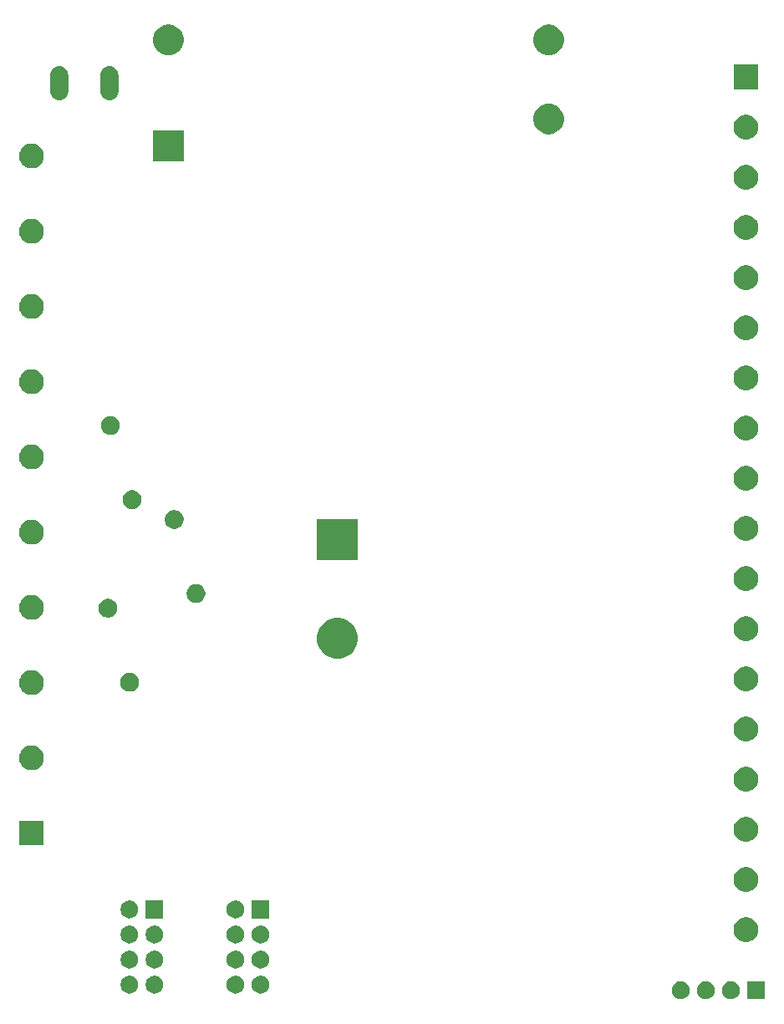
<source format=gbr>
G04 #@! TF.GenerationSoftware,KiCad,Pcbnew,(5.1.5)-3*
G04 #@! TF.CreationDate,2020-06-10T11:45:35+02:00*
G04 #@! TF.ProjectId,atmevse,61746d65-7673-4652-9e6b-696361645f70,rev?*
G04 #@! TF.SameCoordinates,Original*
G04 #@! TF.FileFunction,Soldermask,Bot*
G04 #@! TF.FilePolarity,Negative*
%FSLAX46Y46*%
G04 Gerber Fmt 4.6, Leading zero omitted, Abs format (unit mm)*
G04 Created by KiCad (PCBNEW (5.1.5)-3) date 2020-06-10 11:45:35*
%MOMM*%
%LPD*%
G04 APERTURE LIST*
%ADD10C,0.100000*%
G04 APERTURE END LIST*
D10*
G36*
X182738765Y-143298541D02*
G01*
X182854812Y-143321624D01*
X183018784Y-143389544D01*
X183166354Y-143488147D01*
X183291853Y-143613646D01*
X183390456Y-143761216D01*
X183458376Y-143925188D01*
X183493000Y-144099259D01*
X183493000Y-144276741D01*
X183458376Y-144450812D01*
X183390456Y-144614784D01*
X183291853Y-144762354D01*
X183166354Y-144887853D01*
X183018784Y-144986456D01*
X182854812Y-145054376D01*
X182738765Y-145077459D01*
X182680743Y-145089000D01*
X182503257Y-145089000D01*
X182445235Y-145077459D01*
X182329188Y-145054376D01*
X182165216Y-144986456D01*
X182017646Y-144887853D01*
X181892147Y-144762354D01*
X181793544Y-144614784D01*
X181725624Y-144450812D01*
X181691000Y-144276741D01*
X181691000Y-144099259D01*
X181725624Y-143925188D01*
X181793544Y-143761216D01*
X181892147Y-143613646D01*
X182017646Y-143488147D01*
X182165216Y-143389544D01*
X182329188Y-143321624D01*
X182445235Y-143298541D01*
X182503257Y-143287000D01*
X182680743Y-143287000D01*
X182738765Y-143298541D01*
G37*
G36*
X185278765Y-143298541D02*
G01*
X185394812Y-143321624D01*
X185558784Y-143389544D01*
X185706354Y-143488147D01*
X185831853Y-143613646D01*
X185930456Y-143761216D01*
X185998376Y-143925188D01*
X186033000Y-144099259D01*
X186033000Y-144276741D01*
X185998376Y-144450812D01*
X185930456Y-144614784D01*
X185831853Y-144762354D01*
X185706354Y-144887853D01*
X185558784Y-144986456D01*
X185394812Y-145054376D01*
X185278765Y-145077459D01*
X185220743Y-145089000D01*
X185043257Y-145089000D01*
X184985235Y-145077459D01*
X184869188Y-145054376D01*
X184705216Y-144986456D01*
X184557646Y-144887853D01*
X184432147Y-144762354D01*
X184333544Y-144614784D01*
X184265624Y-144450812D01*
X184231000Y-144276741D01*
X184231000Y-144099259D01*
X184265624Y-143925188D01*
X184333544Y-143761216D01*
X184432147Y-143613646D01*
X184557646Y-143488147D01*
X184705216Y-143389544D01*
X184869188Y-143321624D01*
X184985235Y-143298541D01*
X185043257Y-143287000D01*
X185220743Y-143287000D01*
X185278765Y-143298541D01*
G37*
G36*
X188573000Y-145089000D02*
G01*
X186771000Y-145089000D01*
X186771000Y-143287000D01*
X188573000Y-143287000D01*
X188573000Y-145089000D01*
G37*
G36*
X180198765Y-143298541D02*
G01*
X180314812Y-143321624D01*
X180478784Y-143389544D01*
X180626354Y-143488147D01*
X180751853Y-143613646D01*
X180850456Y-143761216D01*
X180918376Y-143925188D01*
X180953000Y-144099259D01*
X180953000Y-144276741D01*
X180918376Y-144450812D01*
X180850456Y-144614784D01*
X180751853Y-144762354D01*
X180626354Y-144887853D01*
X180478784Y-144986456D01*
X180314812Y-145054376D01*
X180198765Y-145077459D01*
X180140743Y-145089000D01*
X179963257Y-145089000D01*
X179905235Y-145077459D01*
X179789188Y-145054376D01*
X179625216Y-144986456D01*
X179477646Y-144887853D01*
X179352147Y-144762354D01*
X179253544Y-144614784D01*
X179185624Y-144450812D01*
X179151000Y-144276741D01*
X179151000Y-144099259D01*
X179185624Y-143925188D01*
X179253544Y-143761216D01*
X179352147Y-143613646D01*
X179477646Y-143488147D01*
X179625216Y-143389544D01*
X179789188Y-143321624D01*
X179905235Y-143298541D01*
X179963257Y-143287000D01*
X180140743Y-143287000D01*
X180198765Y-143298541D01*
G37*
G36*
X135106765Y-142730541D02*
G01*
X135222812Y-142753624D01*
X135386784Y-142821544D01*
X135534354Y-142920147D01*
X135659853Y-143045646D01*
X135758456Y-143193216D01*
X135826376Y-143357188D01*
X135861000Y-143531259D01*
X135861000Y-143708741D01*
X135826376Y-143882812D01*
X135758456Y-144046784D01*
X135659853Y-144194354D01*
X135534354Y-144319853D01*
X135386784Y-144418456D01*
X135222812Y-144486376D01*
X135106765Y-144509459D01*
X135048743Y-144521000D01*
X134871257Y-144521000D01*
X134813235Y-144509459D01*
X134697188Y-144486376D01*
X134533216Y-144418456D01*
X134385646Y-144319853D01*
X134260147Y-144194354D01*
X134161544Y-144046784D01*
X134093624Y-143882812D01*
X134059000Y-143708741D01*
X134059000Y-143531259D01*
X134093624Y-143357188D01*
X134161544Y-143193216D01*
X134260147Y-143045646D01*
X134385646Y-142920147D01*
X134533216Y-142821544D01*
X134697188Y-142753624D01*
X134813235Y-142730541D01*
X134871257Y-142719000D01*
X135048743Y-142719000D01*
X135106765Y-142730541D01*
G37*
G36*
X137646765Y-142730541D02*
G01*
X137762812Y-142753624D01*
X137926784Y-142821544D01*
X138074354Y-142920147D01*
X138199853Y-143045646D01*
X138298456Y-143193216D01*
X138366376Y-143357188D01*
X138401000Y-143531259D01*
X138401000Y-143708741D01*
X138366376Y-143882812D01*
X138298456Y-144046784D01*
X138199853Y-144194354D01*
X138074354Y-144319853D01*
X137926784Y-144418456D01*
X137762812Y-144486376D01*
X137646765Y-144509459D01*
X137588743Y-144521000D01*
X137411257Y-144521000D01*
X137353235Y-144509459D01*
X137237188Y-144486376D01*
X137073216Y-144418456D01*
X136925646Y-144319853D01*
X136800147Y-144194354D01*
X136701544Y-144046784D01*
X136633624Y-143882812D01*
X136599000Y-143708741D01*
X136599000Y-143531259D01*
X136633624Y-143357188D01*
X136701544Y-143193216D01*
X136800147Y-143045646D01*
X136925646Y-142920147D01*
X137073216Y-142821544D01*
X137237188Y-142753624D01*
X137353235Y-142730541D01*
X137411257Y-142719000D01*
X137588743Y-142719000D01*
X137646765Y-142730541D01*
G37*
G36*
X124356765Y-142730541D02*
G01*
X124472812Y-142753624D01*
X124636784Y-142821544D01*
X124784354Y-142920147D01*
X124909853Y-143045646D01*
X125008456Y-143193216D01*
X125076376Y-143357188D01*
X125111000Y-143531259D01*
X125111000Y-143708741D01*
X125076376Y-143882812D01*
X125008456Y-144046784D01*
X124909853Y-144194354D01*
X124784354Y-144319853D01*
X124636784Y-144418456D01*
X124472812Y-144486376D01*
X124356765Y-144509459D01*
X124298743Y-144521000D01*
X124121257Y-144521000D01*
X124063235Y-144509459D01*
X123947188Y-144486376D01*
X123783216Y-144418456D01*
X123635646Y-144319853D01*
X123510147Y-144194354D01*
X123411544Y-144046784D01*
X123343624Y-143882812D01*
X123309000Y-143708741D01*
X123309000Y-143531259D01*
X123343624Y-143357188D01*
X123411544Y-143193216D01*
X123510147Y-143045646D01*
X123635646Y-142920147D01*
X123783216Y-142821544D01*
X123947188Y-142753624D01*
X124063235Y-142730541D01*
X124121257Y-142719000D01*
X124298743Y-142719000D01*
X124356765Y-142730541D01*
G37*
G36*
X126896765Y-142730541D02*
G01*
X127012812Y-142753624D01*
X127176784Y-142821544D01*
X127324354Y-142920147D01*
X127449853Y-143045646D01*
X127548456Y-143193216D01*
X127616376Y-143357188D01*
X127651000Y-143531259D01*
X127651000Y-143708741D01*
X127616376Y-143882812D01*
X127548456Y-144046784D01*
X127449853Y-144194354D01*
X127324354Y-144319853D01*
X127176784Y-144418456D01*
X127012812Y-144486376D01*
X126896765Y-144509459D01*
X126838743Y-144521000D01*
X126661257Y-144521000D01*
X126603235Y-144509459D01*
X126487188Y-144486376D01*
X126323216Y-144418456D01*
X126175646Y-144319853D01*
X126050147Y-144194354D01*
X125951544Y-144046784D01*
X125883624Y-143882812D01*
X125849000Y-143708741D01*
X125849000Y-143531259D01*
X125883624Y-143357188D01*
X125951544Y-143193216D01*
X126050147Y-143045646D01*
X126175646Y-142920147D01*
X126323216Y-142821544D01*
X126487188Y-142753624D01*
X126603235Y-142730541D01*
X126661257Y-142719000D01*
X126838743Y-142719000D01*
X126896765Y-142730541D01*
G37*
G36*
X135106765Y-140190541D02*
G01*
X135222812Y-140213624D01*
X135386784Y-140281544D01*
X135534354Y-140380147D01*
X135659853Y-140505646D01*
X135758456Y-140653216D01*
X135826376Y-140817188D01*
X135861000Y-140991259D01*
X135861000Y-141168741D01*
X135826376Y-141342812D01*
X135758456Y-141506784D01*
X135659853Y-141654354D01*
X135534354Y-141779853D01*
X135386784Y-141878456D01*
X135222812Y-141946376D01*
X135106765Y-141969459D01*
X135048743Y-141981000D01*
X134871257Y-141981000D01*
X134813235Y-141969459D01*
X134697188Y-141946376D01*
X134533216Y-141878456D01*
X134385646Y-141779853D01*
X134260147Y-141654354D01*
X134161544Y-141506784D01*
X134093624Y-141342812D01*
X134059000Y-141168741D01*
X134059000Y-140991259D01*
X134093624Y-140817188D01*
X134161544Y-140653216D01*
X134260147Y-140505646D01*
X134385646Y-140380147D01*
X134533216Y-140281544D01*
X134697188Y-140213624D01*
X134813235Y-140190541D01*
X134871257Y-140179000D01*
X135048743Y-140179000D01*
X135106765Y-140190541D01*
G37*
G36*
X137646765Y-140190541D02*
G01*
X137762812Y-140213624D01*
X137926784Y-140281544D01*
X138074354Y-140380147D01*
X138199853Y-140505646D01*
X138298456Y-140653216D01*
X138366376Y-140817188D01*
X138401000Y-140991259D01*
X138401000Y-141168741D01*
X138366376Y-141342812D01*
X138298456Y-141506784D01*
X138199853Y-141654354D01*
X138074354Y-141779853D01*
X137926784Y-141878456D01*
X137762812Y-141946376D01*
X137646765Y-141969459D01*
X137588743Y-141981000D01*
X137411257Y-141981000D01*
X137353235Y-141969459D01*
X137237188Y-141946376D01*
X137073216Y-141878456D01*
X136925646Y-141779853D01*
X136800147Y-141654354D01*
X136701544Y-141506784D01*
X136633624Y-141342812D01*
X136599000Y-141168741D01*
X136599000Y-140991259D01*
X136633624Y-140817188D01*
X136701544Y-140653216D01*
X136800147Y-140505646D01*
X136925646Y-140380147D01*
X137073216Y-140281544D01*
X137237188Y-140213624D01*
X137353235Y-140190541D01*
X137411257Y-140179000D01*
X137588743Y-140179000D01*
X137646765Y-140190541D01*
G37*
G36*
X126896765Y-140190541D02*
G01*
X127012812Y-140213624D01*
X127176784Y-140281544D01*
X127324354Y-140380147D01*
X127449853Y-140505646D01*
X127548456Y-140653216D01*
X127616376Y-140817188D01*
X127651000Y-140991259D01*
X127651000Y-141168741D01*
X127616376Y-141342812D01*
X127548456Y-141506784D01*
X127449853Y-141654354D01*
X127324354Y-141779853D01*
X127176784Y-141878456D01*
X127012812Y-141946376D01*
X126896765Y-141969459D01*
X126838743Y-141981000D01*
X126661257Y-141981000D01*
X126603235Y-141969459D01*
X126487188Y-141946376D01*
X126323216Y-141878456D01*
X126175646Y-141779853D01*
X126050147Y-141654354D01*
X125951544Y-141506784D01*
X125883624Y-141342812D01*
X125849000Y-141168741D01*
X125849000Y-140991259D01*
X125883624Y-140817188D01*
X125951544Y-140653216D01*
X126050147Y-140505646D01*
X126175646Y-140380147D01*
X126323216Y-140281544D01*
X126487188Y-140213624D01*
X126603235Y-140190541D01*
X126661257Y-140179000D01*
X126838743Y-140179000D01*
X126896765Y-140190541D01*
G37*
G36*
X124356765Y-140190541D02*
G01*
X124472812Y-140213624D01*
X124636784Y-140281544D01*
X124784354Y-140380147D01*
X124909853Y-140505646D01*
X125008456Y-140653216D01*
X125076376Y-140817188D01*
X125111000Y-140991259D01*
X125111000Y-141168741D01*
X125076376Y-141342812D01*
X125008456Y-141506784D01*
X124909853Y-141654354D01*
X124784354Y-141779853D01*
X124636784Y-141878456D01*
X124472812Y-141946376D01*
X124356765Y-141969459D01*
X124298743Y-141981000D01*
X124121257Y-141981000D01*
X124063235Y-141969459D01*
X123947188Y-141946376D01*
X123783216Y-141878456D01*
X123635646Y-141779853D01*
X123510147Y-141654354D01*
X123411544Y-141506784D01*
X123343624Y-141342812D01*
X123309000Y-141168741D01*
X123309000Y-140991259D01*
X123343624Y-140817188D01*
X123411544Y-140653216D01*
X123510147Y-140505646D01*
X123635646Y-140380147D01*
X123783216Y-140281544D01*
X123947188Y-140213624D01*
X124063235Y-140190541D01*
X124121257Y-140179000D01*
X124298743Y-140179000D01*
X124356765Y-140190541D01*
G37*
G36*
X135106765Y-137650541D02*
G01*
X135222812Y-137673624D01*
X135386784Y-137741544D01*
X135534354Y-137840147D01*
X135659853Y-137965646D01*
X135758456Y-138113216D01*
X135826376Y-138277188D01*
X135861000Y-138451259D01*
X135861000Y-138628741D01*
X135826376Y-138802812D01*
X135758456Y-138966784D01*
X135659853Y-139114354D01*
X135534354Y-139239853D01*
X135386784Y-139338456D01*
X135222812Y-139406376D01*
X135106765Y-139429459D01*
X135048743Y-139441000D01*
X134871257Y-139441000D01*
X134813235Y-139429459D01*
X134697188Y-139406376D01*
X134533216Y-139338456D01*
X134385646Y-139239853D01*
X134260147Y-139114354D01*
X134161544Y-138966784D01*
X134093624Y-138802812D01*
X134059000Y-138628741D01*
X134059000Y-138451259D01*
X134093624Y-138277188D01*
X134161544Y-138113216D01*
X134260147Y-137965646D01*
X134385646Y-137840147D01*
X134533216Y-137741544D01*
X134697188Y-137673624D01*
X134813235Y-137650541D01*
X134871257Y-137639000D01*
X135048743Y-137639000D01*
X135106765Y-137650541D01*
G37*
G36*
X137646765Y-137650541D02*
G01*
X137762812Y-137673624D01*
X137926784Y-137741544D01*
X138074354Y-137840147D01*
X138199853Y-137965646D01*
X138298456Y-138113216D01*
X138366376Y-138277188D01*
X138401000Y-138451259D01*
X138401000Y-138628741D01*
X138366376Y-138802812D01*
X138298456Y-138966784D01*
X138199853Y-139114354D01*
X138074354Y-139239853D01*
X137926784Y-139338456D01*
X137762812Y-139406376D01*
X137646765Y-139429459D01*
X137588743Y-139441000D01*
X137411257Y-139441000D01*
X137353235Y-139429459D01*
X137237188Y-139406376D01*
X137073216Y-139338456D01*
X136925646Y-139239853D01*
X136800147Y-139114354D01*
X136701544Y-138966784D01*
X136633624Y-138802812D01*
X136599000Y-138628741D01*
X136599000Y-138451259D01*
X136633624Y-138277188D01*
X136701544Y-138113216D01*
X136800147Y-137965646D01*
X136925646Y-137840147D01*
X137073216Y-137741544D01*
X137237188Y-137673624D01*
X137353235Y-137650541D01*
X137411257Y-137639000D01*
X137588743Y-137639000D01*
X137646765Y-137650541D01*
G37*
G36*
X124356765Y-137650541D02*
G01*
X124472812Y-137673624D01*
X124636784Y-137741544D01*
X124784354Y-137840147D01*
X124909853Y-137965646D01*
X125008456Y-138113216D01*
X125076376Y-138277188D01*
X125111000Y-138451259D01*
X125111000Y-138628741D01*
X125076376Y-138802812D01*
X125008456Y-138966784D01*
X124909853Y-139114354D01*
X124784354Y-139239853D01*
X124636784Y-139338456D01*
X124472812Y-139406376D01*
X124356765Y-139429459D01*
X124298743Y-139441000D01*
X124121257Y-139441000D01*
X124063235Y-139429459D01*
X123947188Y-139406376D01*
X123783216Y-139338456D01*
X123635646Y-139239853D01*
X123510147Y-139114354D01*
X123411544Y-138966784D01*
X123343624Y-138802812D01*
X123309000Y-138628741D01*
X123309000Y-138451259D01*
X123343624Y-138277188D01*
X123411544Y-138113216D01*
X123510147Y-137965646D01*
X123635646Y-137840147D01*
X123783216Y-137741544D01*
X123947188Y-137673624D01*
X124063235Y-137650541D01*
X124121257Y-137639000D01*
X124298743Y-137639000D01*
X124356765Y-137650541D01*
G37*
G36*
X126896765Y-137650541D02*
G01*
X127012812Y-137673624D01*
X127176784Y-137741544D01*
X127324354Y-137840147D01*
X127449853Y-137965646D01*
X127548456Y-138113216D01*
X127616376Y-138277188D01*
X127651000Y-138451259D01*
X127651000Y-138628741D01*
X127616376Y-138802812D01*
X127548456Y-138966784D01*
X127449853Y-139114354D01*
X127324354Y-139239853D01*
X127176784Y-139338456D01*
X127012812Y-139406376D01*
X126896765Y-139429459D01*
X126838743Y-139441000D01*
X126661257Y-139441000D01*
X126603235Y-139429459D01*
X126487188Y-139406376D01*
X126323216Y-139338456D01*
X126175646Y-139239853D01*
X126050147Y-139114354D01*
X125951544Y-138966784D01*
X125883624Y-138802812D01*
X125849000Y-138628741D01*
X125849000Y-138451259D01*
X125883624Y-138277188D01*
X125951544Y-138113216D01*
X126050147Y-137965646D01*
X126175646Y-137840147D01*
X126323216Y-137741544D01*
X126487188Y-137673624D01*
X126603235Y-137650541D01*
X126661257Y-137639000D01*
X126838743Y-137639000D01*
X126896765Y-137650541D01*
G37*
G36*
X187036901Y-136845074D02*
G01*
X187264573Y-136939379D01*
X187469465Y-137076284D01*
X187643716Y-137250535D01*
X187780621Y-137455427D01*
X187874926Y-137683099D01*
X187923000Y-137924785D01*
X187923000Y-138171215D01*
X187874926Y-138412901D01*
X187780621Y-138640573D01*
X187643716Y-138845465D01*
X187469465Y-139019716D01*
X187264573Y-139156621D01*
X187036901Y-139250926D01*
X186795215Y-139299000D01*
X186548785Y-139299000D01*
X186307099Y-139250926D01*
X186079427Y-139156621D01*
X185874535Y-139019716D01*
X185700284Y-138845465D01*
X185563379Y-138640573D01*
X185469074Y-138412901D01*
X185421000Y-138171215D01*
X185421000Y-137924785D01*
X185469074Y-137683099D01*
X185563379Y-137455427D01*
X185700284Y-137250535D01*
X185874535Y-137076284D01*
X186079427Y-136939379D01*
X186307099Y-136845074D01*
X186548785Y-136797000D01*
X186795215Y-136797000D01*
X187036901Y-136845074D01*
G37*
G36*
X127651000Y-136901000D02*
G01*
X125849000Y-136901000D01*
X125849000Y-135099000D01*
X127651000Y-135099000D01*
X127651000Y-136901000D01*
G37*
G36*
X124356765Y-135110541D02*
G01*
X124472812Y-135133624D01*
X124636784Y-135201544D01*
X124784354Y-135300147D01*
X124909853Y-135425646D01*
X125008456Y-135573216D01*
X125076376Y-135737188D01*
X125111000Y-135911259D01*
X125111000Y-136088741D01*
X125076376Y-136262812D01*
X125008456Y-136426784D01*
X124909853Y-136574354D01*
X124784354Y-136699853D01*
X124636784Y-136798456D01*
X124472812Y-136866376D01*
X124356765Y-136889459D01*
X124298743Y-136901000D01*
X124121257Y-136901000D01*
X124063235Y-136889459D01*
X123947188Y-136866376D01*
X123783216Y-136798456D01*
X123635646Y-136699853D01*
X123510147Y-136574354D01*
X123411544Y-136426784D01*
X123343624Y-136262812D01*
X123309000Y-136088741D01*
X123309000Y-135911259D01*
X123343624Y-135737188D01*
X123411544Y-135573216D01*
X123510147Y-135425646D01*
X123635646Y-135300147D01*
X123783216Y-135201544D01*
X123947188Y-135133624D01*
X124063235Y-135110541D01*
X124121257Y-135099000D01*
X124298743Y-135099000D01*
X124356765Y-135110541D01*
G37*
G36*
X135106765Y-135110541D02*
G01*
X135222812Y-135133624D01*
X135386784Y-135201544D01*
X135534354Y-135300147D01*
X135659853Y-135425646D01*
X135758456Y-135573216D01*
X135826376Y-135737188D01*
X135861000Y-135911259D01*
X135861000Y-136088741D01*
X135826376Y-136262812D01*
X135758456Y-136426784D01*
X135659853Y-136574354D01*
X135534354Y-136699853D01*
X135386784Y-136798456D01*
X135222812Y-136866376D01*
X135106765Y-136889459D01*
X135048743Y-136901000D01*
X134871257Y-136901000D01*
X134813235Y-136889459D01*
X134697188Y-136866376D01*
X134533216Y-136798456D01*
X134385646Y-136699853D01*
X134260147Y-136574354D01*
X134161544Y-136426784D01*
X134093624Y-136262812D01*
X134059000Y-136088741D01*
X134059000Y-135911259D01*
X134093624Y-135737188D01*
X134161544Y-135573216D01*
X134260147Y-135425646D01*
X134385646Y-135300147D01*
X134533216Y-135201544D01*
X134697188Y-135133624D01*
X134813235Y-135110541D01*
X134871257Y-135099000D01*
X135048743Y-135099000D01*
X135106765Y-135110541D01*
G37*
G36*
X138401000Y-136901000D02*
G01*
X136599000Y-136901000D01*
X136599000Y-135099000D01*
X138401000Y-135099000D01*
X138401000Y-136901000D01*
G37*
G36*
X187036901Y-131765074D02*
G01*
X187264573Y-131859379D01*
X187469465Y-131996284D01*
X187643716Y-132170535D01*
X187780621Y-132375427D01*
X187874926Y-132603099D01*
X187923000Y-132844785D01*
X187923000Y-133091215D01*
X187874926Y-133332901D01*
X187780621Y-133560573D01*
X187643716Y-133765465D01*
X187469465Y-133939716D01*
X187264573Y-134076621D01*
X187036901Y-134170926D01*
X186795215Y-134219000D01*
X186548785Y-134219000D01*
X186307099Y-134170926D01*
X186079427Y-134076621D01*
X185874535Y-133939716D01*
X185700284Y-133765465D01*
X185563379Y-133560573D01*
X185469074Y-133332901D01*
X185421000Y-133091215D01*
X185421000Y-132844785D01*
X185469074Y-132603099D01*
X185563379Y-132375427D01*
X185700284Y-132170535D01*
X185874535Y-131996284D01*
X186079427Y-131859379D01*
X186307099Y-131765074D01*
X186548785Y-131717000D01*
X186795215Y-131717000D01*
X187036901Y-131765074D01*
G37*
G36*
X115551000Y-129521000D02*
G01*
X113049000Y-129521000D01*
X113049000Y-127019000D01*
X115551000Y-127019000D01*
X115551000Y-129521000D01*
G37*
G36*
X187036901Y-126685074D02*
G01*
X187264573Y-126779379D01*
X187469465Y-126916284D01*
X187643716Y-127090535D01*
X187780621Y-127295427D01*
X187874926Y-127523099D01*
X187923000Y-127764785D01*
X187923000Y-128011215D01*
X187874926Y-128252901D01*
X187780621Y-128480573D01*
X187643716Y-128685465D01*
X187469465Y-128859716D01*
X187264573Y-128996621D01*
X187036901Y-129090926D01*
X186795215Y-129139000D01*
X186548785Y-129139000D01*
X186307099Y-129090926D01*
X186079427Y-128996621D01*
X185874535Y-128859716D01*
X185700284Y-128685465D01*
X185563379Y-128480573D01*
X185469074Y-128252901D01*
X185421000Y-128011215D01*
X185421000Y-127764785D01*
X185469074Y-127523099D01*
X185563379Y-127295427D01*
X185700284Y-127090535D01*
X185874535Y-126916284D01*
X186079427Y-126779379D01*
X186307099Y-126685074D01*
X186548785Y-126637000D01*
X186795215Y-126637000D01*
X187036901Y-126685074D01*
G37*
G36*
X187036901Y-121605074D02*
G01*
X187264573Y-121699379D01*
X187469465Y-121836284D01*
X187643716Y-122010535D01*
X187780621Y-122215427D01*
X187874926Y-122443099D01*
X187923000Y-122684785D01*
X187923000Y-122931215D01*
X187874926Y-123172901D01*
X187780621Y-123400573D01*
X187643716Y-123605465D01*
X187469465Y-123779716D01*
X187264573Y-123916621D01*
X187036901Y-124010926D01*
X186795215Y-124059000D01*
X186548785Y-124059000D01*
X186307099Y-124010926D01*
X186079427Y-123916621D01*
X185874535Y-123779716D01*
X185700284Y-123605465D01*
X185563379Y-123400573D01*
X185469074Y-123172901D01*
X185421000Y-122931215D01*
X185421000Y-122684785D01*
X185469074Y-122443099D01*
X185563379Y-122215427D01*
X185700284Y-122010535D01*
X185874535Y-121836284D01*
X186079427Y-121699379D01*
X186307099Y-121605074D01*
X186548785Y-121557000D01*
X186795215Y-121557000D01*
X187036901Y-121605074D01*
G37*
G36*
X114664901Y-119447074D02*
G01*
X114892573Y-119541379D01*
X115097465Y-119678284D01*
X115271716Y-119852535D01*
X115408621Y-120057427D01*
X115502926Y-120285099D01*
X115551000Y-120526785D01*
X115551000Y-120773215D01*
X115502926Y-121014901D01*
X115408621Y-121242573D01*
X115271716Y-121447465D01*
X115097465Y-121621716D01*
X114892573Y-121758621D01*
X114664901Y-121852926D01*
X114423215Y-121901000D01*
X114176785Y-121901000D01*
X113935099Y-121852926D01*
X113707427Y-121758621D01*
X113502535Y-121621716D01*
X113328284Y-121447465D01*
X113191379Y-121242573D01*
X113097074Y-121014901D01*
X113049000Y-120773215D01*
X113049000Y-120526785D01*
X113097074Y-120285099D01*
X113191379Y-120057427D01*
X113328284Y-119852535D01*
X113502535Y-119678284D01*
X113707427Y-119541379D01*
X113935099Y-119447074D01*
X114176785Y-119399000D01*
X114423215Y-119399000D01*
X114664901Y-119447074D01*
G37*
G36*
X187036901Y-116525074D02*
G01*
X187264573Y-116619379D01*
X187469465Y-116756284D01*
X187643716Y-116930535D01*
X187780621Y-117135427D01*
X187874926Y-117363099D01*
X187923000Y-117604785D01*
X187923000Y-117851215D01*
X187874926Y-118092901D01*
X187780621Y-118320573D01*
X187643716Y-118525465D01*
X187469465Y-118699716D01*
X187264573Y-118836621D01*
X187036901Y-118930926D01*
X186795215Y-118979000D01*
X186548785Y-118979000D01*
X186307099Y-118930926D01*
X186079427Y-118836621D01*
X185874535Y-118699716D01*
X185700284Y-118525465D01*
X185563379Y-118320573D01*
X185469074Y-118092901D01*
X185421000Y-117851215D01*
X185421000Y-117604785D01*
X185469074Y-117363099D01*
X185563379Y-117135427D01*
X185700284Y-116930535D01*
X185874535Y-116756284D01*
X186079427Y-116619379D01*
X186307099Y-116525074D01*
X186548785Y-116477000D01*
X186795215Y-116477000D01*
X187036901Y-116525074D01*
G37*
G36*
X114664901Y-111827074D02*
G01*
X114892573Y-111921379D01*
X115097465Y-112058284D01*
X115271716Y-112232535D01*
X115408621Y-112437427D01*
X115502926Y-112665099D01*
X115551000Y-112906785D01*
X115551000Y-113153215D01*
X115502926Y-113394901D01*
X115502925Y-113394903D01*
X115409805Y-113619716D01*
X115408621Y-113622573D01*
X115271716Y-113827465D01*
X115097465Y-114001716D01*
X114892573Y-114138621D01*
X114664901Y-114232926D01*
X114423215Y-114281000D01*
X114176785Y-114281000D01*
X113935099Y-114232926D01*
X113707427Y-114138621D01*
X113502535Y-114001716D01*
X113328284Y-113827465D01*
X113191379Y-113622573D01*
X113190196Y-113619716D01*
X113097075Y-113394903D01*
X113097074Y-113394901D01*
X113049000Y-113153215D01*
X113049000Y-112906785D01*
X113097074Y-112665099D01*
X113191379Y-112437427D01*
X113328284Y-112232535D01*
X113502535Y-112058284D01*
X113707427Y-111921379D01*
X113935099Y-111827074D01*
X114176785Y-111779000D01*
X114423215Y-111779000D01*
X114664901Y-111827074D01*
G37*
G36*
X124527394Y-112085546D02*
G01*
X124700469Y-112157236D01*
X124856226Y-112261309D01*
X124988691Y-112393774D01*
X125092764Y-112549531D01*
X125164454Y-112722606D01*
X125201000Y-112906333D01*
X125201000Y-113093667D01*
X125164454Y-113277394D01*
X125092764Y-113450469D01*
X124988691Y-113606226D01*
X124856226Y-113738691D01*
X124700469Y-113842764D01*
X124700468Y-113842765D01*
X124700467Y-113842765D01*
X124613931Y-113878609D01*
X124527394Y-113914454D01*
X124343667Y-113951000D01*
X124156333Y-113951000D01*
X123972606Y-113914454D01*
X123886069Y-113878609D01*
X123799533Y-113842765D01*
X123799532Y-113842765D01*
X123799531Y-113842764D01*
X123643774Y-113738691D01*
X123511309Y-113606226D01*
X123407236Y-113450469D01*
X123335546Y-113277394D01*
X123299000Y-113093667D01*
X123299000Y-112906333D01*
X123335546Y-112722606D01*
X123407236Y-112549531D01*
X123511309Y-112393774D01*
X123643774Y-112261309D01*
X123799531Y-112157236D01*
X123972606Y-112085546D01*
X124156333Y-112049000D01*
X124343667Y-112049000D01*
X124527394Y-112085546D01*
G37*
G36*
X187036901Y-111445074D02*
G01*
X187264573Y-111539379D01*
X187469465Y-111676284D01*
X187643716Y-111850535D01*
X187776327Y-112049000D01*
X187780622Y-112055429D01*
X187781805Y-112058285D01*
X187874926Y-112283099D01*
X187923000Y-112524785D01*
X187923000Y-112771215D01*
X187874926Y-113012901D01*
X187780621Y-113240573D01*
X187643716Y-113445465D01*
X187469465Y-113619716D01*
X187264573Y-113756621D01*
X187036901Y-113850926D01*
X186795215Y-113899000D01*
X186548785Y-113899000D01*
X186307099Y-113850926D01*
X186079427Y-113756621D01*
X185874535Y-113619716D01*
X185700284Y-113445465D01*
X185563379Y-113240573D01*
X185469074Y-113012901D01*
X185421000Y-112771215D01*
X185421000Y-112524785D01*
X185469074Y-112283099D01*
X185562195Y-112058285D01*
X185563378Y-112055429D01*
X185567674Y-112049000D01*
X185700284Y-111850535D01*
X185874535Y-111676284D01*
X186079427Y-111539379D01*
X186307099Y-111445074D01*
X186548785Y-111397000D01*
X186795215Y-111397000D01*
X187036901Y-111445074D01*
G37*
G36*
X145886252Y-106579818D02*
G01*
X145886254Y-106579819D01*
X145886255Y-106579819D01*
X146259513Y-106734427D01*
X146259515Y-106734428D01*
X146595436Y-106958883D01*
X146881117Y-107244564D01*
X147105572Y-107580485D01*
X147260182Y-107953748D01*
X147339000Y-108349992D01*
X147339000Y-108754008D01*
X147260182Y-109150252D01*
X147105572Y-109523515D01*
X146881117Y-109859436D01*
X146595436Y-110145117D01*
X146259515Y-110369572D01*
X146259514Y-110369573D01*
X146259513Y-110369573D01*
X145886255Y-110524181D01*
X145886254Y-110524181D01*
X145886252Y-110524182D01*
X145490008Y-110603000D01*
X145085992Y-110603000D01*
X144689748Y-110524182D01*
X144689746Y-110524181D01*
X144689745Y-110524181D01*
X144316487Y-110369573D01*
X144316486Y-110369573D01*
X144316485Y-110369572D01*
X143980564Y-110145117D01*
X143694883Y-109859436D01*
X143470428Y-109523515D01*
X143315818Y-109150252D01*
X143237000Y-108754008D01*
X143237000Y-108349992D01*
X143315818Y-107953748D01*
X143470428Y-107580485D01*
X143694883Y-107244564D01*
X143980564Y-106958883D01*
X144316485Y-106734428D01*
X144316487Y-106734427D01*
X144689745Y-106579819D01*
X144689746Y-106579819D01*
X144689748Y-106579818D01*
X145085992Y-106501000D01*
X145490008Y-106501000D01*
X145886252Y-106579818D01*
G37*
G36*
X187036901Y-106365074D02*
G01*
X187036904Y-106365075D01*
X187036903Y-106365075D01*
X187244345Y-106451000D01*
X187264573Y-106459379D01*
X187469465Y-106596284D01*
X187643716Y-106770535D01*
X187780621Y-106975427D01*
X187874926Y-107203099D01*
X187923000Y-107444785D01*
X187923000Y-107691215D01*
X187874926Y-107932901D01*
X187780621Y-108160573D01*
X187643716Y-108365465D01*
X187469465Y-108539716D01*
X187264573Y-108676621D01*
X187036901Y-108770926D01*
X186795215Y-108819000D01*
X186548785Y-108819000D01*
X186307099Y-108770926D01*
X186079427Y-108676621D01*
X185874535Y-108539716D01*
X185700284Y-108365465D01*
X185563379Y-108160573D01*
X185469074Y-107932901D01*
X185421000Y-107691215D01*
X185421000Y-107444785D01*
X185469074Y-107203099D01*
X185563379Y-106975427D01*
X185700284Y-106770535D01*
X185874535Y-106596284D01*
X186079427Y-106459379D01*
X186099656Y-106451000D01*
X186307097Y-106365075D01*
X186307096Y-106365075D01*
X186307099Y-106365074D01*
X186548785Y-106317000D01*
X186795215Y-106317000D01*
X187036901Y-106365074D01*
G37*
G36*
X114664901Y-104207074D02*
G01*
X114892573Y-104301379D01*
X115097465Y-104438284D01*
X115271716Y-104612535D01*
X115408621Y-104817427D01*
X115502926Y-105045099D01*
X115551000Y-105286785D01*
X115551000Y-105533215D01*
X115502926Y-105774901D01*
X115408621Y-106002573D01*
X115271716Y-106207465D01*
X115097465Y-106381716D01*
X114892573Y-106518621D01*
X114664901Y-106612926D01*
X114423215Y-106661000D01*
X114176785Y-106661000D01*
X113935099Y-106612926D01*
X113707427Y-106518621D01*
X113502535Y-106381716D01*
X113328284Y-106207465D01*
X113191379Y-106002573D01*
X113097074Y-105774901D01*
X113049000Y-105533215D01*
X113049000Y-105286785D01*
X113097074Y-105045099D01*
X113191379Y-104817427D01*
X113328284Y-104612535D01*
X113502535Y-104438284D01*
X113707427Y-104301379D01*
X113935099Y-104207074D01*
X114176785Y-104159000D01*
X114423215Y-104159000D01*
X114664901Y-104207074D01*
G37*
G36*
X122327394Y-104585546D02*
G01*
X122500469Y-104657236D01*
X122656226Y-104761309D01*
X122788691Y-104893774D01*
X122892764Y-105049531D01*
X122964454Y-105222606D01*
X123001000Y-105406333D01*
X123001000Y-105593667D01*
X122964454Y-105777394D01*
X122892764Y-105950469D01*
X122788691Y-106106226D01*
X122656226Y-106238691D01*
X122500469Y-106342764D01*
X122500468Y-106342765D01*
X122500467Y-106342765D01*
X122413932Y-106378609D01*
X122327394Y-106414454D01*
X122143667Y-106451000D01*
X121956333Y-106451000D01*
X121772606Y-106414454D01*
X121686068Y-106378609D01*
X121599533Y-106342765D01*
X121599532Y-106342765D01*
X121599531Y-106342764D01*
X121443774Y-106238691D01*
X121311309Y-106106226D01*
X121207236Y-105950469D01*
X121135546Y-105777394D01*
X121099000Y-105593667D01*
X121099000Y-105406333D01*
X121135546Y-105222606D01*
X121207236Y-105049531D01*
X121311309Y-104893774D01*
X121443774Y-104761309D01*
X121599531Y-104657236D01*
X121772606Y-104585546D01*
X121956333Y-104549000D01*
X122143667Y-104549000D01*
X122327394Y-104585546D01*
G37*
G36*
X131227394Y-103085546D02*
G01*
X131400469Y-103157236D01*
X131556226Y-103261309D01*
X131688691Y-103393774D01*
X131792764Y-103549531D01*
X131864454Y-103722606D01*
X131901000Y-103906333D01*
X131901000Y-104093667D01*
X131864454Y-104277394D01*
X131792764Y-104450469D01*
X131688691Y-104606226D01*
X131556226Y-104738691D01*
X131400469Y-104842764D01*
X131227394Y-104914454D01*
X131043667Y-104951000D01*
X130856333Y-104951000D01*
X130672606Y-104914454D01*
X130499531Y-104842764D01*
X130343774Y-104738691D01*
X130211309Y-104606226D01*
X130107236Y-104450469D01*
X130035546Y-104277394D01*
X129999000Y-104093667D01*
X129999000Y-103906333D01*
X130035546Y-103722606D01*
X130107236Y-103549531D01*
X130211309Y-103393774D01*
X130343774Y-103261309D01*
X130499531Y-103157236D01*
X130672606Y-103085546D01*
X130856333Y-103049000D01*
X131043667Y-103049000D01*
X131227394Y-103085546D01*
G37*
G36*
X187036901Y-101285074D02*
G01*
X187264573Y-101379379D01*
X187469465Y-101516284D01*
X187643716Y-101690535D01*
X187780621Y-101895427D01*
X187874926Y-102123099D01*
X187923000Y-102364785D01*
X187923000Y-102611215D01*
X187874926Y-102852901D01*
X187780621Y-103080573D01*
X187643716Y-103285465D01*
X187469465Y-103459716D01*
X187264573Y-103596621D01*
X187036901Y-103690926D01*
X186795215Y-103739000D01*
X186548785Y-103739000D01*
X186307099Y-103690926D01*
X186079427Y-103596621D01*
X185874535Y-103459716D01*
X185700284Y-103285465D01*
X185563379Y-103080573D01*
X185469074Y-102852901D01*
X185421000Y-102611215D01*
X185421000Y-102364785D01*
X185469074Y-102123099D01*
X185563379Y-101895427D01*
X185700284Y-101690535D01*
X185874535Y-101516284D01*
X186079427Y-101379379D01*
X186307099Y-101285074D01*
X186548785Y-101237000D01*
X186795215Y-101237000D01*
X187036901Y-101285074D01*
G37*
G36*
X147339000Y-100603000D02*
G01*
X143237000Y-100603000D01*
X143237000Y-96501000D01*
X147339000Y-96501000D01*
X147339000Y-100603000D01*
G37*
G36*
X114664901Y-96587074D02*
G01*
X114892573Y-96681379D01*
X115097465Y-96818284D01*
X115271716Y-96992535D01*
X115408621Y-97197427D01*
X115502926Y-97425099D01*
X115551000Y-97666785D01*
X115551000Y-97913215D01*
X115502926Y-98154901D01*
X115502925Y-98154903D01*
X115409805Y-98379716D01*
X115408621Y-98382573D01*
X115271716Y-98587465D01*
X115097465Y-98761716D01*
X114892573Y-98898621D01*
X114664901Y-98992926D01*
X114423215Y-99041000D01*
X114176785Y-99041000D01*
X113935099Y-98992926D01*
X113707427Y-98898621D01*
X113502535Y-98761716D01*
X113328284Y-98587465D01*
X113191379Y-98382573D01*
X113190196Y-98379716D01*
X113097075Y-98154903D01*
X113097074Y-98154901D01*
X113049000Y-97913215D01*
X113049000Y-97666785D01*
X113097074Y-97425099D01*
X113191379Y-97197427D01*
X113328284Y-96992535D01*
X113502535Y-96818284D01*
X113707427Y-96681379D01*
X113935099Y-96587074D01*
X114176785Y-96539000D01*
X114423215Y-96539000D01*
X114664901Y-96587074D01*
G37*
G36*
X187036901Y-96205074D02*
G01*
X187264573Y-96299379D01*
X187469465Y-96436284D01*
X187643716Y-96610535D01*
X187691053Y-96681379D01*
X187780622Y-96815429D01*
X187781805Y-96818285D01*
X187874926Y-97043099D01*
X187923000Y-97284785D01*
X187923000Y-97531215D01*
X187874926Y-97772901D01*
X187780621Y-98000573D01*
X187643716Y-98205465D01*
X187469465Y-98379716D01*
X187264573Y-98516621D01*
X187036901Y-98610926D01*
X186795215Y-98659000D01*
X186548785Y-98659000D01*
X186307099Y-98610926D01*
X186079427Y-98516621D01*
X185874535Y-98379716D01*
X185700284Y-98205465D01*
X185563379Y-98000573D01*
X185469074Y-97772901D01*
X185421000Y-97531215D01*
X185421000Y-97284785D01*
X185469074Y-97043099D01*
X185562195Y-96818285D01*
X185563378Y-96815429D01*
X185652948Y-96681379D01*
X185700284Y-96610535D01*
X185874535Y-96436284D01*
X186079427Y-96299379D01*
X186307099Y-96205074D01*
X186548785Y-96157000D01*
X186795215Y-96157000D01*
X187036901Y-96205074D01*
G37*
G36*
X129027394Y-95585546D02*
G01*
X129200469Y-95657236D01*
X129356226Y-95761309D01*
X129488691Y-95893774D01*
X129592764Y-96049531D01*
X129664454Y-96222606D01*
X129701000Y-96406333D01*
X129701000Y-96593667D01*
X129664454Y-96777394D01*
X129592764Y-96950469D01*
X129488691Y-97106226D01*
X129356226Y-97238691D01*
X129200469Y-97342764D01*
X129027394Y-97414454D01*
X128843667Y-97451000D01*
X128656333Y-97451000D01*
X128472606Y-97414454D01*
X128299531Y-97342764D01*
X128143774Y-97238691D01*
X128011309Y-97106226D01*
X127907236Y-96950469D01*
X127835546Y-96777394D01*
X127799000Y-96593667D01*
X127799000Y-96406333D01*
X127835546Y-96222606D01*
X127907236Y-96049531D01*
X128011309Y-95893774D01*
X128143774Y-95761309D01*
X128299531Y-95657236D01*
X128472606Y-95585546D01*
X128656333Y-95549000D01*
X128843667Y-95549000D01*
X129027394Y-95585546D01*
G37*
G36*
X124777394Y-93585546D02*
G01*
X124950469Y-93657236D01*
X125106226Y-93761309D01*
X125238691Y-93893774D01*
X125342764Y-94049531D01*
X125414454Y-94222606D01*
X125451000Y-94406333D01*
X125451000Y-94593667D01*
X125414454Y-94777394D01*
X125342764Y-94950469D01*
X125238691Y-95106226D01*
X125106226Y-95238691D01*
X124950469Y-95342764D01*
X124777394Y-95414454D01*
X124593667Y-95451000D01*
X124406333Y-95451000D01*
X124222606Y-95414454D01*
X124049531Y-95342764D01*
X123893774Y-95238691D01*
X123761309Y-95106226D01*
X123657236Y-94950469D01*
X123585546Y-94777394D01*
X123549000Y-94593667D01*
X123549000Y-94406333D01*
X123585546Y-94222606D01*
X123657236Y-94049531D01*
X123761309Y-93893774D01*
X123893774Y-93761309D01*
X124049531Y-93657236D01*
X124222606Y-93585546D01*
X124406333Y-93549000D01*
X124593667Y-93549000D01*
X124777394Y-93585546D01*
G37*
G36*
X187036901Y-91125074D02*
G01*
X187264573Y-91219379D01*
X187469465Y-91356284D01*
X187643716Y-91530535D01*
X187780621Y-91735427D01*
X187874926Y-91963099D01*
X187923000Y-92204785D01*
X187923000Y-92451215D01*
X187874926Y-92692901D01*
X187780621Y-92920573D01*
X187643716Y-93125465D01*
X187469465Y-93299716D01*
X187264573Y-93436621D01*
X187036901Y-93530926D01*
X186795215Y-93579000D01*
X186548785Y-93579000D01*
X186307099Y-93530926D01*
X186079427Y-93436621D01*
X185874535Y-93299716D01*
X185700284Y-93125465D01*
X185563379Y-92920573D01*
X185469074Y-92692901D01*
X185421000Y-92451215D01*
X185421000Y-92204785D01*
X185469074Y-91963099D01*
X185563379Y-91735427D01*
X185700284Y-91530535D01*
X185874535Y-91356284D01*
X186079427Y-91219379D01*
X186307099Y-91125074D01*
X186548785Y-91077000D01*
X186795215Y-91077000D01*
X187036901Y-91125074D01*
G37*
G36*
X114664901Y-88967074D02*
G01*
X114892573Y-89061379D01*
X115097465Y-89198284D01*
X115271716Y-89372535D01*
X115408621Y-89577427D01*
X115502926Y-89805099D01*
X115551000Y-90046785D01*
X115551000Y-90293215D01*
X115502926Y-90534901D01*
X115408621Y-90762573D01*
X115271716Y-90967465D01*
X115097465Y-91141716D01*
X114892573Y-91278621D01*
X114664901Y-91372926D01*
X114423215Y-91421000D01*
X114176785Y-91421000D01*
X113935099Y-91372926D01*
X113707427Y-91278621D01*
X113502535Y-91141716D01*
X113328284Y-90967465D01*
X113191379Y-90762573D01*
X113097074Y-90534901D01*
X113049000Y-90293215D01*
X113049000Y-90046785D01*
X113097074Y-89805099D01*
X113191379Y-89577427D01*
X113328284Y-89372535D01*
X113502535Y-89198284D01*
X113707427Y-89061379D01*
X113935099Y-88967074D01*
X114176785Y-88919000D01*
X114423215Y-88919000D01*
X114664901Y-88967074D01*
G37*
G36*
X187036901Y-86045074D02*
G01*
X187264573Y-86139379D01*
X187469465Y-86276284D01*
X187643716Y-86450535D01*
X187780621Y-86655427D01*
X187874926Y-86883099D01*
X187923000Y-87124785D01*
X187923000Y-87371215D01*
X187874926Y-87612901D01*
X187780621Y-87840573D01*
X187643716Y-88045465D01*
X187469465Y-88219716D01*
X187264573Y-88356621D01*
X187036901Y-88450926D01*
X186795215Y-88499000D01*
X186548785Y-88499000D01*
X186307099Y-88450926D01*
X186079427Y-88356621D01*
X185874535Y-88219716D01*
X185700284Y-88045465D01*
X185563379Y-87840573D01*
X185469074Y-87612901D01*
X185421000Y-87371215D01*
X185421000Y-87124785D01*
X185469074Y-86883099D01*
X185563379Y-86655427D01*
X185700284Y-86450535D01*
X185874535Y-86276284D01*
X186079427Y-86139379D01*
X186307099Y-86045074D01*
X186548785Y-85997000D01*
X186795215Y-85997000D01*
X187036901Y-86045074D01*
G37*
G36*
X122577394Y-86085546D02*
G01*
X122577397Y-86085547D01*
X122577396Y-86085547D01*
X122707359Y-86139379D01*
X122750469Y-86157236D01*
X122906226Y-86261309D01*
X123038691Y-86393774D01*
X123142764Y-86549531D01*
X123214454Y-86722606D01*
X123251000Y-86906333D01*
X123251000Y-87093667D01*
X123214454Y-87277394D01*
X123142764Y-87450469D01*
X123038691Y-87606226D01*
X122906226Y-87738691D01*
X122750469Y-87842764D01*
X122577394Y-87914454D01*
X122393667Y-87951000D01*
X122206333Y-87951000D01*
X122022606Y-87914454D01*
X121849531Y-87842764D01*
X121693774Y-87738691D01*
X121561309Y-87606226D01*
X121457236Y-87450469D01*
X121385546Y-87277394D01*
X121349000Y-87093667D01*
X121349000Y-86906333D01*
X121385546Y-86722606D01*
X121457236Y-86549531D01*
X121561309Y-86393774D01*
X121693774Y-86261309D01*
X121849531Y-86157236D01*
X121892642Y-86139379D01*
X122022604Y-86085547D01*
X122022603Y-86085547D01*
X122022606Y-86085546D01*
X122206333Y-86049000D01*
X122393667Y-86049000D01*
X122577394Y-86085546D01*
G37*
G36*
X114664901Y-81347074D02*
G01*
X114892573Y-81441379D01*
X115097465Y-81578284D01*
X115271716Y-81752535D01*
X115408621Y-81957427D01*
X115502926Y-82185099D01*
X115551000Y-82426785D01*
X115551000Y-82673215D01*
X115502926Y-82914901D01*
X115502925Y-82914903D01*
X115409805Y-83139716D01*
X115408621Y-83142573D01*
X115271716Y-83347465D01*
X115097465Y-83521716D01*
X114892573Y-83658621D01*
X114664901Y-83752926D01*
X114423215Y-83801000D01*
X114176785Y-83801000D01*
X113935099Y-83752926D01*
X113707427Y-83658621D01*
X113502535Y-83521716D01*
X113328284Y-83347465D01*
X113191379Y-83142573D01*
X113190196Y-83139716D01*
X113097075Y-82914903D01*
X113097074Y-82914901D01*
X113049000Y-82673215D01*
X113049000Y-82426785D01*
X113097074Y-82185099D01*
X113191379Y-81957427D01*
X113328284Y-81752535D01*
X113502535Y-81578284D01*
X113707427Y-81441379D01*
X113935099Y-81347074D01*
X114176785Y-81299000D01*
X114423215Y-81299000D01*
X114664901Y-81347074D01*
G37*
G36*
X187036901Y-80965074D02*
G01*
X187264573Y-81059379D01*
X187469465Y-81196284D01*
X187643716Y-81370535D01*
X187691053Y-81441379D01*
X187780622Y-81575429D01*
X187781805Y-81578285D01*
X187874926Y-81803099D01*
X187923000Y-82044785D01*
X187923000Y-82291215D01*
X187874926Y-82532901D01*
X187780621Y-82760573D01*
X187643716Y-82965465D01*
X187469465Y-83139716D01*
X187264573Y-83276621D01*
X187036901Y-83370926D01*
X186795215Y-83419000D01*
X186548785Y-83419000D01*
X186307099Y-83370926D01*
X186079427Y-83276621D01*
X185874535Y-83139716D01*
X185700284Y-82965465D01*
X185563379Y-82760573D01*
X185469074Y-82532901D01*
X185421000Y-82291215D01*
X185421000Y-82044785D01*
X185469074Y-81803099D01*
X185562195Y-81578285D01*
X185563378Y-81575429D01*
X185652948Y-81441379D01*
X185700284Y-81370535D01*
X185874535Y-81196284D01*
X186079427Y-81059379D01*
X186307099Y-80965074D01*
X186548785Y-80917000D01*
X186795215Y-80917000D01*
X187036901Y-80965074D01*
G37*
G36*
X187036901Y-75885074D02*
G01*
X187264573Y-75979379D01*
X187469465Y-76116284D01*
X187643716Y-76290535D01*
X187780621Y-76495427D01*
X187874926Y-76723099D01*
X187923000Y-76964785D01*
X187923000Y-77211215D01*
X187874926Y-77452901D01*
X187780621Y-77680573D01*
X187643716Y-77885465D01*
X187469465Y-78059716D01*
X187264573Y-78196621D01*
X187036901Y-78290926D01*
X186795215Y-78339000D01*
X186548785Y-78339000D01*
X186307099Y-78290926D01*
X186079427Y-78196621D01*
X185874535Y-78059716D01*
X185700284Y-77885465D01*
X185563379Y-77680573D01*
X185469074Y-77452901D01*
X185421000Y-77211215D01*
X185421000Y-76964785D01*
X185469074Y-76723099D01*
X185563379Y-76495427D01*
X185700284Y-76290535D01*
X185874535Y-76116284D01*
X186079427Y-75979379D01*
X186307099Y-75885074D01*
X186548785Y-75837000D01*
X186795215Y-75837000D01*
X187036901Y-75885074D01*
G37*
G36*
X114664901Y-73727074D02*
G01*
X114892573Y-73821379D01*
X115097465Y-73958284D01*
X115271716Y-74132535D01*
X115408621Y-74337427D01*
X115502926Y-74565099D01*
X115551000Y-74806785D01*
X115551000Y-75053215D01*
X115502926Y-75294901D01*
X115408621Y-75522573D01*
X115271716Y-75727465D01*
X115097465Y-75901716D01*
X114892573Y-76038621D01*
X114664901Y-76132926D01*
X114423215Y-76181000D01*
X114176785Y-76181000D01*
X113935099Y-76132926D01*
X113707427Y-76038621D01*
X113502535Y-75901716D01*
X113328284Y-75727465D01*
X113191379Y-75522573D01*
X113097074Y-75294901D01*
X113049000Y-75053215D01*
X113049000Y-74806785D01*
X113097074Y-74565099D01*
X113191379Y-74337427D01*
X113328284Y-74132535D01*
X113502535Y-73958284D01*
X113707427Y-73821379D01*
X113935099Y-73727074D01*
X114176785Y-73679000D01*
X114423215Y-73679000D01*
X114664901Y-73727074D01*
G37*
G36*
X187036901Y-70805074D02*
G01*
X187264573Y-70899379D01*
X187469465Y-71036284D01*
X187643716Y-71210535D01*
X187780621Y-71415427D01*
X187874926Y-71643099D01*
X187923000Y-71884785D01*
X187923000Y-72131215D01*
X187874926Y-72372901D01*
X187780621Y-72600573D01*
X187643716Y-72805465D01*
X187469465Y-72979716D01*
X187264573Y-73116621D01*
X187036901Y-73210926D01*
X186795215Y-73259000D01*
X186548785Y-73259000D01*
X186307099Y-73210926D01*
X186079427Y-73116621D01*
X185874535Y-72979716D01*
X185700284Y-72805465D01*
X185563379Y-72600573D01*
X185469074Y-72372901D01*
X185421000Y-72131215D01*
X185421000Y-71884785D01*
X185469074Y-71643099D01*
X185563379Y-71415427D01*
X185700284Y-71210535D01*
X185874535Y-71036284D01*
X186079427Y-70899379D01*
X186307099Y-70805074D01*
X186548785Y-70757000D01*
X186795215Y-70757000D01*
X187036901Y-70805074D01*
G37*
G36*
X114664901Y-66107074D02*
G01*
X114892573Y-66201379D01*
X115097465Y-66338284D01*
X115271716Y-66512535D01*
X115408621Y-66717427D01*
X115502926Y-66945099D01*
X115551000Y-67186785D01*
X115551000Y-67433215D01*
X115502926Y-67674901D01*
X115502925Y-67674903D01*
X115409805Y-67899716D01*
X115408621Y-67902573D01*
X115271716Y-68107465D01*
X115097465Y-68281716D01*
X114892573Y-68418621D01*
X114664901Y-68512926D01*
X114423215Y-68561000D01*
X114176785Y-68561000D01*
X113935099Y-68512926D01*
X113707427Y-68418621D01*
X113502535Y-68281716D01*
X113328284Y-68107465D01*
X113191379Y-67902573D01*
X113190196Y-67899716D01*
X113097075Y-67674903D01*
X113097074Y-67674901D01*
X113049000Y-67433215D01*
X113049000Y-67186785D01*
X113097074Y-66945099D01*
X113191379Y-66717427D01*
X113328284Y-66512535D01*
X113502535Y-66338284D01*
X113707427Y-66201379D01*
X113935099Y-66107074D01*
X114176785Y-66059000D01*
X114423215Y-66059000D01*
X114664901Y-66107074D01*
G37*
G36*
X187036901Y-65725074D02*
G01*
X187264573Y-65819379D01*
X187469465Y-65956284D01*
X187643716Y-66130535D01*
X187691053Y-66201379D01*
X187780622Y-66335429D01*
X187781805Y-66338285D01*
X187874926Y-66563099D01*
X187923000Y-66804785D01*
X187923000Y-67051215D01*
X187874926Y-67292901D01*
X187780621Y-67520573D01*
X187643716Y-67725465D01*
X187469465Y-67899716D01*
X187264573Y-68036621D01*
X187036901Y-68130926D01*
X186795215Y-68179000D01*
X186548785Y-68179000D01*
X186307099Y-68130926D01*
X186079427Y-68036621D01*
X185874535Y-67899716D01*
X185700284Y-67725465D01*
X185563379Y-67520573D01*
X185469074Y-67292901D01*
X185421000Y-67051215D01*
X185421000Y-66804785D01*
X185469074Y-66563099D01*
X185562195Y-66338285D01*
X185563378Y-66335429D01*
X185652948Y-66201379D01*
X185700284Y-66130535D01*
X185874535Y-65956284D01*
X186079427Y-65819379D01*
X186307099Y-65725074D01*
X186548785Y-65677000D01*
X186795215Y-65677000D01*
X187036901Y-65725074D01*
G37*
G36*
X187036901Y-60645074D02*
G01*
X187264573Y-60739379D01*
X187469465Y-60876284D01*
X187643716Y-61050535D01*
X187780621Y-61255427D01*
X187874926Y-61483099D01*
X187923000Y-61724785D01*
X187923000Y-61971215D01*
X187874926Y-62212901D01*
X187780621Y-62440573D01*
X187643716Y-62645465D01*
X187469465Y-62819716D01*
X187264573Y-62956621D01*
X187036901Y-63050926D01*
X186795215Y-63099000D01*
X186548785Y-63099000D01*
X186307099Y-63050926D01*
X186079427Y-62956621D01*
X185874535Y-62819716D01*
X185700284Y-62645465D01*
X185563379Y-62440573D01*
X185469074Y-62212901D01*
X185421000Y-61971215D01*
X185421000Y-61724785D01*
X185469074Y-61483099D01*
X185563379Y-61255427D01*
X185700284Y-61050535D01*
X185874535Y-60876284D01*
X186079427Y-60739379D01*
X186307099Y-60645074D01*
X186548785Y-60597000D01*
X186795215Y-60597000D01*
X187036901Y-60645074D01*
G37*
G36*
X114664901Y-58487074D02*
G01*
X114892573Y-58581379D01*
X115097465Y-58718284D01*
X115271716Y-58892535D01*
X115408621Y-59097427D01*
X115502926Y-59325099D01*
X115551000Y-59566785D01*
X115551000Y-59813215D01*
X115502926Y-60054901D01*
X115408621Y-60282573D01*
X115271716Y-60487465D01*
X115097465Y-60661716D01*
X114892573Y-60798621D01*
X114664901Y-60892926D01*
X114423215Y-60941000D01*
X114176785Y-60941000D01*
X113935099Y-60892926D01*
X113707427Y-60798621D01*
X113502535Y-60661716D01*
X113328284Y-60487465D01*
X113191379Y-60282573D01*
X113097074Y-60054901D01*
X113049000Y-59813215D01*
X113049000Y-59566785D01*
X113097074Y-59325099D01*
X113191379Y-59097427D01*
X113328284Y-58892535D01*
X113502535Y-58718284D01*
X113707427Y-58581379D01*
X113935099Y-58487074D01*
X114176785Y-58439000D01*
X114423215Y-58439000D01*
X114664901Y-58487074D01*
G37*
G36*
X129723000Y-60239000D02*
G01*
X126621000Y-60239000D01*
X126621000Y-57137000D01*
X129723000Y-57137000D01*
X129723000Y-60239000D01*
G37*
G36*
X187036901Y-55565074D02*
G01*
X187264573Y-55659379D01*
X187469465Y-55796284D01*
X187643716Y-55970535D01*
X187780621Y-56175427D01*
X187874926Y-56403099D01*
X187923000Y-56644785D01*
X187923000Y-56891215D01*
X187874926Y-57132901D01*
X187780621Y-57360573D01*
X187643716Y-57565465D01*
X187469465Y-57739716D01*
X187264573Y-57876621D01*
X187036901Y-57970926D01*
X186795215Y-58019000D01*
X186548785Y-58019000D01*
X186307099Y-57970926D01*
X186079427Y-57876621D01*
X185874535Y-57739716D01*
X185700284Y-57565465D01*
X185563379Y-57360573D01*
X185469074Y-57132901D01*
X185421000Y-56891215D01*
X185421000Y-56644785D01*
X185469074Y-56403099D01*
X185563379Y-56175427D01*
X185700284Y-55970535D01*
X185874535Y-55796284D01*
X186079427Y-55659379D01*
X186307099Y-55565074D01*
X186548785Y-55517000D01*
X186795215Y-55517000D01*
X187036901Y-55565074D01*
G37*
G36*
X166974585Y-54416802D02*
G01*
X167124410Y-54446604D01*
X167406674Y-54563521D01*
X167660705Y-54733259D01*
X167876741Y-54949295D01*
X168046479Y-55203326D01*
X168163396Y-55485590D01*
X168223000Y-55785240D01*
X168223000Y-56090760D01*
X168163396Y-56390410D01*
X168046479Y-56672674D01*
X167876741Y-56926705D01*
X167660705Y-57142741D01*
X167406674Y-57312479D01*
X167124410Y-57429396D01*
X166974585Y-57459198D01*
X166824762Y-57489000D01*
X166519238Y-57489000D01*
X166369415Y-57459198D01*
X166219590Y-57429396D01*
X165937326Y-57312479D01*
X165683295Y-57142741D01*
X165467259Y-56926705D01*
X165297521Y-56672674D01*
X165180604Y-56390410D01*
X165121000Y-56090760D01*
X165121000Y-55785240D01*
X165180604Y-55485590D01*
X165297521Y-55203326D01*
X165467259Y-54949295D01*
X165683295Y-54733259D01*
X165937326Y-54563521D01*
X166219590Y-54446604D01*
X166369415Y-54416802D01*
X166519238Y-54387000D01*
X166824762Y-54387000D01*
X166974585Y-54416802D01*
G37*
G36*
X122353254Y-50610031D02*
G01*
X122525615Y-50662315D01*
X122684471Y-50747226D01*
X122823707Y-50861493D01*
X122937975Y-51000729D01*
X123022885Y-51159584D01*
X123075169Y-51331945D01*
X123088400Y-51466278D01*
X123088400Y-53181722D01*
X123075169Y-53316055D01*
X123022885Y-53488416D01*
X122937975Y-53647271D01*
X122823707Y-53786507D01*
X122684471Y-53900775D01*
X122525616Y-53985685D01*
X122353255Y-54037969D01*
X122174000Y-54055625D01*
X121994746Y-54037969D01*
X121822385Y-53985685D01*
X121663530Y-53900775D01*
X121524294Y-53786507D01*
X121410026Y-53647271D01*
X121325116Y-53488416D01*
X121272832Y-53316055D01*
X121259601Y-53181722D01*
X121259600Y-51466279D01*
X121272831Y-51331946D01*
X121325115Y-51159585D01*
X121410026Y-51000729D01*
X121524293Y-50861493D01*
X121663529Y-50747225D01*
X121822384Y-50662315D01*
X121994745Y-50610031D01*
X122174000Y-50592375D01*
X122353254Y-50610031D01*
G37*
G36*
X117273254Y-50610031D02*
G01*
X117445615Y-50662315D01*
X117604471Y-50747226D01*
X117743707Y-50861493D01*
X117857975Y-51000729D01*
X117942885Y-51159584D01*
X117995169Y-51331945D01*
X118008400Y-51466278D01*
X118008400Y-53181722D01*
X117995169Y-53316055D01*
X117942885Y-53488416D01*
X117857975Y-53647271D01*
X117743707Y-53786507D01*
X117604471Y-53900775D01*
X117445616Y-53985685D01*
X117273255Y-54037969D01*
X117094000Y-54055625D01*
X116914746Y-54037969D01*
X116742385Y-53985685D01*
X116583530Y-53900775D01*
X116444294Y-53786507D01*
X116330026Y-53647271D01*
X116245116Y-53488416D01*
X116192832Y-53316055D01*
X116179601Y-53181722D01*
X116179600Y-51466279D01*
X116192831Y-51331946D01*
X116245115Y-51159585D01*
X116330026Y-51000729D01*
X116444293Y-50861493D01*
X116583529Y-50747225D01*
X116742384Y-50662315D01*
X116914745Y-50610031D01*
X117094000Y-50592375D01*
X117273254Y-50610031D01*
G37*
G36*
X187923000Y-52939000D02*
G01*
X185421000Y-52939000D01*
X185421000Y-50437000D01*
X187923000Y-50437000D01*
X187923000Y-52939000D01*
G37*
G36*
X166974585Y-46416802D02*
G01*
X167124410Y-46446604D01*
X167406674Y-46563521D01*
X167660705Y-46733259D01*
X167876741Y-46949295D01*
X168046479Y-47203326D01*
X168163396Y-47485590D01*
X168223000Y-47785240D01*
X168223000Y-48090760D01*
X168163396Y-48390410D01*
X168046479Y-48672674D01*
X167876741Y-48926705D01*
X167660705Y-49142741D01*
X167406674Y-49312479D01*
X167124410Y-49429396D01*
X166974585Y-49459198D01*
X166824762Y-49489000D01*
X166519238Y-49489000D01*
X166369415Y-49459198D01*
X166219590Y-49429396D01*
X165937326Y-49312479D01*
X165683295Y-49142741D01*
X165467259Y-48926705D01*
X165297521Y-48672674D01*
X165180604Y-48390410D01*
X165121000Y-48090760D01*
X165121000Y-47785240D01*
X165180604Y-47485590D01*
X165297521Y-47203326D01*
X165467259Y-46949295D01*
X165683295Y-46733259D01*
X165937326Y-46563521D01*
X166219590Y-46446604D01*
X166369415Y-46416802D01*
X166519238Y-46387000D01*
X166824762Y-46387000D01*
X166974585Y-46416802D01*
G37*
G36*
X128474585Y-46416802D02*
G01*
X128624410Y-46446604D01*
X128906674Y-46563521D01*
X129160705Y-46733259D01*
X129376741Y-46949295D01*
X129546479Y-47203326D01*
X129663396Y-47485590D01*
X129723000Y-47785240D01*
X129723000Y-48090760D01*
X129663396Y-48390410D01*
X129546479Y-48672674D01*
X129376741Y-48926705D01*
X129160705Y-49142741D01*
X128906674Y-49312479D01*
X128624410Y-49429396D01*
X128474585Y-49459198D01*
X128324762Y-49489000D01*
X128019238Y-49489000D01*
X127869415Y-49459198D01*
X127719590Y-49429396D01*
X127437326Y-49312479D01*
X127183295Y-49142741D01*
X126967259Y-48926705D01*
X126797521Y-48672674D01*
X126680604Y-48390410D01*
X126621000Y-48090760D01*
X126621000Y-47785240D01*
X126680604Y-47485590D01*
X126797521Y-47203326D01*
X126967259Y-46949295D01*
X127183295Y-46733259D01*
X127437326Y-46563521D01*
X127719590Y-46446604D01*
X127869415Y-46416802D01*
X128019238Y-46387000D01*
X128324762Y-46387000D01*
X128474585Y-46416802D01*
G37*
M02*

</source>
